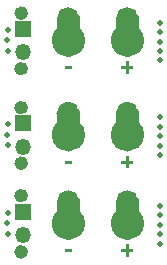
<source format=gbr>
%TF.GenerationSoftware,KiCad,Pcbnew,7.0.7*%
%TF.CreationDate,2024-01-09T18:40:06+08:00*%
%TF.ProjectId,XT302+2 PCB mod,58543330-322b-4322-9050-4342206d6f64,rev?*%
%TF.SameCoordinates,Original*%
%TF.FileFunction,Soldermask,Bot*%
%TF.FilePolarity,Negative*%
%FSLAX46Y46*%
G04 Gerber Fmt 4.6, Leading zero omitted, Abs format (unit mm)*
G04 Created by KiCad (PCBNEW 7.0.7) date 2024-01-09 18:40:06*
%MOMM*%
%LPD*%
G01*
G04 APERTURE LIST*
%ADD10C,0.150000*%
%ADD11C,1.000000*%
%ADD12C,1.400000*%
%ADD13C,0.575000*%
%ADD14C,0.300000*%
%ADD15O,1.350000X1.350000*%
%ADD16R,1.350000X1.350000*%
%ADD17C,0.500000*%
G04 APERTURE END LIST*
D10*
X198900000Y-148200000D02*
X200700000Y-148200000D01*
X200700000Y-149300000D01*
X198900000Y-149300000D01*
X198900000Y-148200000D01*
G36*
X198900000Y-148200000D02*
G01*
X200700000Y-148200000D01*
X200700000Y-149300000D01*
X198900000Y-149300000D01*
X198900000Y-148200000D01*
G37*
D11*
X205300000Y-148200000D02*
G75*
G03*
X205300000Y-148200000I-500000J0D01*
G01*
D12*
X205500000Y-150000000D02*
G75*
G03*
X205500000Y-150000000I-700000J0D01*
G01*
D11*
X200300000Y-148200000D02*
G75*
G03*
X200300000Y-148200000I-500000J0D01*
G01*
D12*
X200500000Y-142500000D02*
G75*
G03*
X200500000Y-142500000I-700000J0D01*
G01*
D10*
X198900000Y-132700000D02*
X200700000Y-132700000D01*
X200700000Y-133800000D01*
X198900000Y-133800000D01*
X198900000Y-132700000D01*
G36*
X198900000Y-132700000D02*
G01*
X200700000Y-132700000D01*
X200700000Y-133800000D01*
X198900000Y-133800000D01*
X198900000Y-132700000D01*
G37*
D11*
X200300000Y-132700000D02*
G75*
G03*
X200300000Y-132700000I-500000J0D01*
G01*
D10*
X203900000Y-132700000D02*
X205700000Y-132700000D01*
X205700000Y-133800000D01*
X203900000Y-133800000D01*
X203900000Y-132700000D01*
G36*
X203900000Y-132700000D02*
G01*
X205700000Y-132700000D01*
X205700000Y-133800000D01*
X203900000Y-133800000D01*
X203900000Y-132700000D01*
G37*
D13*
X196087500Y-147650000D02*
G75*
G03*
X196087500Y-147650000I-287500J0D01*
G01*
X196087500Y-136900000D02*
G75*
G03*
X196087500Y-136900000I-287500J0D01*
G01*
D10*
X198900000Y-140700000D02*
X200700000Y-140700000D01*
X200700000Y-141800000D01*
X198900000Y-141800000D01*
X198900000Y-140700000D01*
G36*
X198900000Y-140700000D02*
G01*
X200700000Y-140700000D01*
X200700000Y-141800000D01*
X198900000Y-141800000D01*
X198900000Y-140700000D01*
G37*
X203900000Y-148200000D02*
X205700000Y-148200000D01*
X205700000Y-149300000D01*
X203900000Y-149300000D01*
X203900000Y-148200000D01*
G36*
X203900000Y-148200000D02*
G01*
X205700000Y-148200000D01*
X205700000Y-149300000D01*
X203900000Y-149300000D01*
X203900000Y-148200000D01*
G37*
D12*
X205500000Y-134500000D02*
G75*
G03*
X205500000Y-134500000I-700000J0D01*
G01*
D10*
X203900000Y-140700000D02*
X205700000Y-140700000D01*
X205700000Y-141800000D01*
X203900000Y-141800000D01*
X203900000Y-140700000D01*
G36*
X203900000Y-140700000D02*
G01*
X205700000Y-140700000D01*
X205700000Y-141800000D01*
X203900000Y-141800000D01*
X203900000Y-140700000D01*
G37*
D12*
X200500000Y-134500000D02*
G75*
G03*
X200500000Y-134500000I-700000J0D01*
G01*
D13*
X196087500Y-144900000D02*
G75*
G03*
X196087500Y-144900000I-287500J0D01*
G01*
D12*
X205500000Y-142500000D02*
G75*
G03*
X205500000Y-142500000I-700000J0D01*
G01*
D11*
X205300000Y-132700000D02*
G75*
G03*
X205300000Y-132700000I-500000J0D01*
G01*
D12*
X200500000Y-150000000D02*
G75*
G03*
X200500000Y-150000000I-700000J0D01*
G01*
D11*
X200300000Y-140700000D02*
G75*
G03*
X200300000Y-140700000I-500000J0D01*
G01*
D13*
X196087500Y-152400000D02*
G75*
G03*
X196087500Y-152400000I-287500J0D01*
G01*
X196087500Y-140200000D02*
G75*
G03*
X196087500Y-140200000I-287500J0D01*
G01*
X196087500Y-132200000D02*
G75*
G03*
X196087500Y-132200000I-287500J0D01*
G01*
D11*
X205300000Y-140700000D02*
G75*
G03*
X205300000Y-140700000I-500000J0D01*
G01*
D14*
G36*
X200081297Y-136946395D02*
G01*
X200081297Y-136688475D01*
X199512700Y-136688475D01*
X199512700Y-136946395D01*
X200081297Y-136946395D01*
G37*
G36*
X204916765Y-137333974D02*
G01*
X204916765Y-136935369D01*
X205312438Y-136935369D01*
X205312438Y-136677449D01*
X204916765Y-136677449D01*
X204916765Y-136278845D01*
X204652983Y-136278845D01*
X204652983Y-136677449D01*
X204256210Y-136677449D01*
X204256210Y-136935369D01*
X204652983Y-136935369D01*
X204652983Y-137333974D01*
X204916765Y-137333974D01*
G37*
G36*
X200081297Y-144946395D02*
G01*
X200081297Y-144688475D01*
X199512700Y-144688475D01*
X199512700Y-144946395D01*
X200081297Y-144946395D01*
G37*
G36*
X204916765Y-145333974D02*
G01*
X204916765Y-144935369D01*
X205312438Y-144935369D01*
X205312438Y-144677449D01*
X204916765Y-144677449D01*
X204916765Y-144278845D01*
X204652983Y-144278845D01*
X204652983Y-144677449D01*
X204256210Y-144677449D01*
X204256210Y-144935369D01*
X204652983Y-144935369D01*
X204652983Y-145333974D01*
X204916765Y-145333974D01*
G37*
G36*
X200081297Y-152446395D02*
G01*
X200081297Y-152188475D01*
X199512700Y-152188475D01*
X199512700Y-152446395D01*
X200081297Y-152446395D01*
G37*
G36*
X204916765Y-152833974D02*
G01*
X204916765Y-152435369D01*
X205312438Y-152435369D01*
X205312438Y-152177449D01*
X204916765Y-152177449D01*
X204916765Y-151778845D01*
X204652983Y-151778845D01*
X204652983Y-152177449D01*
X204256210Y-152177449D01*
X204256210Y-152435369D01*
X204652983Y-152435369D01*
X204652983Y-152833974D01*
X204916765Y-152833974D01*
G37*
D15*
%TO.C,REF\u002A\u002A*%
X195975000Y-151000000D03*
D16*
X195975000Y-149000000D03*
%TD*%
%TO.C,REF\u002A\u002A*%
X195950000Y-141500000D03*
D15*
X195950000Y-143500000D03*
%TD*%
D16*
%TO.C,REF\u002A\u002A*%
X195950000Y-133500000D03*
D15*
X195950000Y-135500000D03*
%TD*%
D17*
%TO.C,REF\u002A\u002A*%
X207599558Y-141020828D03*
%TD*%
%TO.C,REF\u002A\u002A*%
X207599558Y-148520828D03*
%TD*%
%TO.C,REF\u002A\u002A*%
X194600000Y-134500000D03*
%TD*%
%TO.C,REF\u002A\u002A*%
X207599558Y-141815621D03*
%TD*%
%TO.C,REF\u002A\u002A*%
X207599558Y-149315621D03*
%TD*%
%TO.C,REF\u002A\u002A*%
X207599558Y-134610414D03*
%TD*%
%TO.C,REF\u002A\u002A*%
X207599558Y-150905207D03*
%TD*%
%TO.C,REF\u002A\u002A*%
X207599558Y-133020828D03*
%TD*%
%TO.C,REF\u002A\u002A*%
X207599558Y-150110414D03*
%TD*%
%TO.C,REF\u002A\u002A*%
X194700000Y-150900000D03*
%TD*%
%TO.C,REF\u002A\u002A*%
X194700000Y-149100000D03*
%TD*%
%TO.C,REF\u002A\u002A*%
X207599558Y-143405207D03*
%TD*%
%TO.C,REF\u002A\u002A*%
X207599558Y-144200000D03*
%TD*%
%TO.C,REF\u002A\u002A*%
X194700000Y-135400000D03*
%TD*%
%TO.C,REF\u002A\u002A*%
X207599558Y-136200000D03*
%TD*%
%TO.C,REF\u002A\u002A*%
X207599558Y-135405207D03*
%TD*%
%TO.C,REF\u002A\u002A*%
X207599558Y-133815621D03*
%TD*%
%TO.C,REF\u002A\u002A*%
X194700000Y-143400000D03*
%TD*%
%TO.C,REF\u002A\u002A*%
X194700000Y-141600000D03*
%TD*%
%TO.C,REF\u002A\u002A*%
X194600000Y-150000000D03*
%TD*%
%TO.C,REF\u002A\u002A*%
X194700000Y-133600000D03*
%TD*%
%TO.C,REF\u002A\u002A*%
X194600000Y-142500000D03*
%TD*%
%TO.C,REF\u002A\u002A*%
X207599558Y-142610414D03*
%TD*%
%TO.C,REF\u002A\u002A*%
X207599558Y-151700000D03*
%TD*%
M02*

</source>
